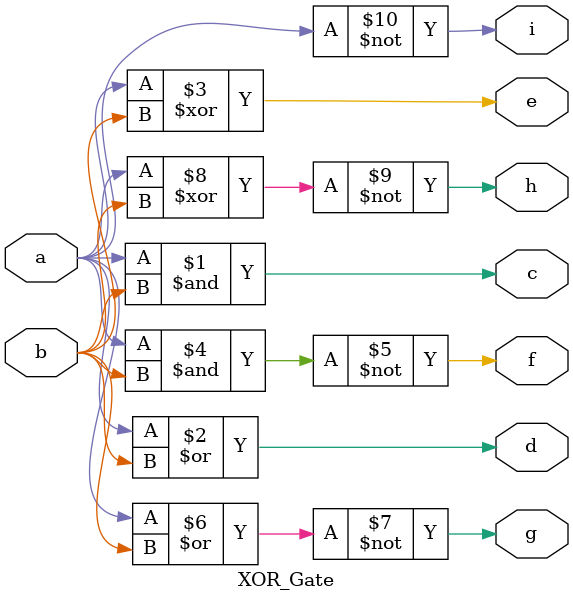
<source format=v>
module XOR_Gate(input a,b,output c,d,e,f,g,h,i);
assign c=a&b;
assign d=a|b;
assign e=a^b;
assign f=~(a&b);
assign g=~(a|b);
assign h=~(a^b);
assign i=~a;
endmodule

</source>
